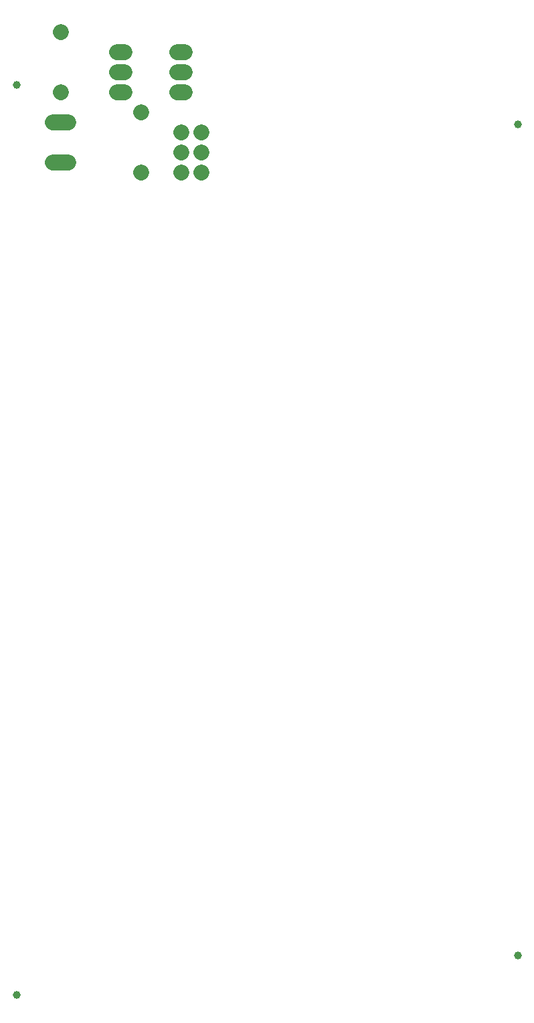
<source format=gtl>
G04 Layer: TopLayer*
G04 EasyEDA v6.5.9, 2022-12-18 14:38:18*
G04 6ed9124010b24111a11f212ffacae300,5dd06754fdd742daa6fe38bf62b7df6b,10*
G04 Gerber Generator version 0.2*
G04 Scale: 100 percent, Rotated: No, Reflected: No *
G04 Dimensions in millimeters *
G04 leading zeros omitted , absolute positions ,4 integer and 5 decimal *
%FSLAX45Y45*%
%MOMM*%

%ADD10C,1.0000*%
%ADD11C,2.0000*%

%LPD*%
D10*
G01*
X-174599Y1489201D03*
G01*
X6164198Y989202D03*
G01*
X-174599Y-10029799D03*
G01*
X6164198Y-9529800D03*
D11*
X1192999Y1905000D02*
G01*
X1093000Y1905000D01*
X1192999Y1651000D02*
G01*
X1093000Y1651000D01*
X1855000Y1651000D02*
G01*
X1954999Y1651000D01*
X1855000Y1905000D02*
G01*
X1954999Y1905000D01*
X1192999Y1397000D02*
G01*
X1093000Y1397000D01*
X1855000Y1397000D02*
G01*
X1954999Y1397000D01*
X282879Y1013460D02*
G01*
X479120Y1013460D01*
X282879Y510540D02*
G01*
X479120Y510540D01*
X1905000Y889000D02*
G01*
X1905000Y889000D01*
X2159000Y889000D02*
G01*
X2159000Y889000D01*
X1905000Y635000D02*
G01*
X1905000Y635000D01*
X2159000Y635000D02*
G01*
X2159000Y635000D01*
X1905000Y381000D02*
G01*
X1905000Y381000D01*
X2159000Y381000D02*
G01*
X2159000Y381000D01*
X381000Y1397000D02*
G01*
X381000Y1397000D01*
X381000Y2159000D02*
G01*
X381000Y2159000D01*
X1397000Y1143000D02*
G01*
X1397000Y1143000D01*
X1397000Y381000D02*
G01*
X1397000Y381000D01*
M02*

</source>
